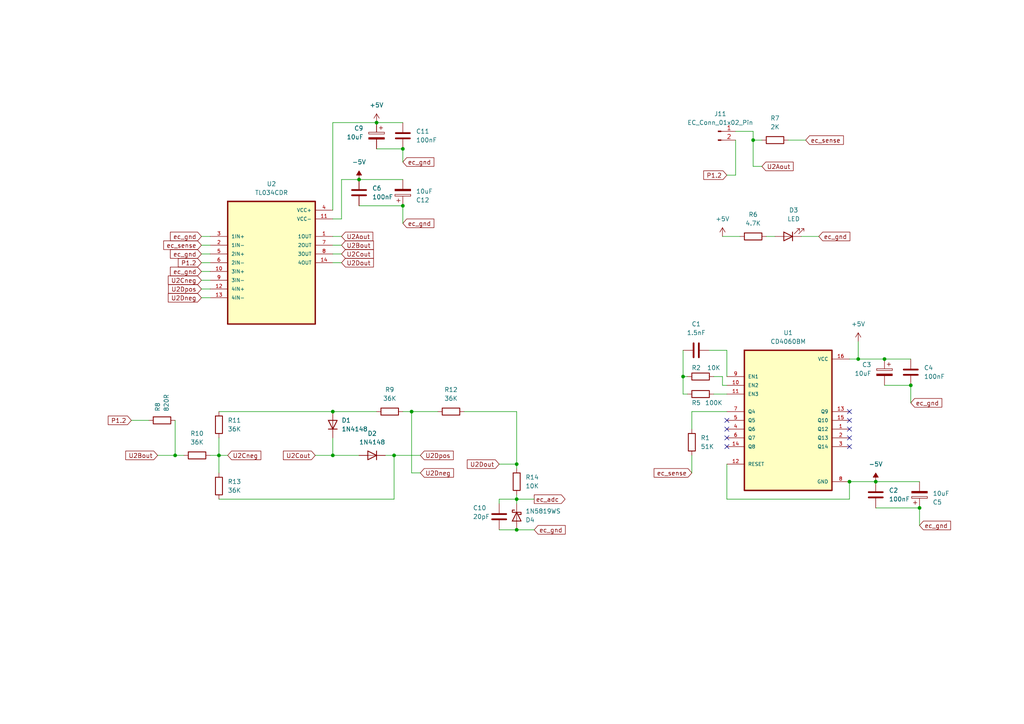
<source format=kicad_sch>
(kicad_sch (version 20230121) (generator eeschema)
  (paper "A4")
  (lib_symbols
    (symbol "CD4060BM:CD4060BM" (pin_names (offset 1.016))
      (property "Reference" "U" (at -12.7 21.32 0))
      (property "Value" "CD4060BM" (at -12.7 -24.32 0))
      (symbol "CD4060BM_0_0"
        (rectangle (start -12.7 -20.32) (end 12.7 20.32) (stroke (width 0.41)) (fill (type background)))
        (pin bidirectional line (at 17.78 -2.54 180) (length 5.08) (name "Q12") (number "1"))
        (pin bidirectional line (at -17.78 10.16 0) (length 5.08) (name "EN2") (number "10"))
        (pin bidirectional line (at -17.78 7.62 0) (length 5.08) (name "EN3") (number "11"))
        (pin bidirectional line (at -17.78 -12.7 0) (length 5.08) (name "RESET") (number "12"))
        (pin bidirectional line (at 17.78 2.54 180) (length 5.08) (name "Q9") (number "13"))
        (pin bidirectional line (at -17.78 -7.62 0) (length 5.08) (name "Q8") (number "14"))
        (pin bidirectional line (at 17.78 0 180) (length 5.08) (name "Q10") (number "15"))
        (pin power_in line (at 17.78 17.78 180) (length 5.08) (name "VCC") (number "16"))
        (pin bidirectional line (at 17.78 -5.08 180) (length 5.08) (name "Q13") (number "2"))
        (pin bidirectional line (at 17.78 -7.62 180) (length 5.08) (name "Q14") (number "3"))
        (pin bidirectional line (at -17.78 -2.54 0) (length 5.08) (name "Q6") (number "4"))
        (pin bidirectional line (at -17.78 0 0) (length 5.08) (name "Q5") (number "5"))
        (pin bidirectional line (at -17.78 -5.08 0) (length 5.08) (name "Q7") (number "6"))
        (pin bidirectional line (at -17.78 2.54 0) (length 5.08) (name "Q4") (number "7"))
        (pin power_in line (at 17.78 -17.78 180) (length 5.08) (name "GND") (number "8"))
        (pin bidirectional line (at -17.78 12.7 0) (length 5.08) (name "EN1") (number "9"))
      )
    )
    (symbol "Connector:Conn_01x02_Pin" (pin_names (offset 1.016) hide)
      (property "Reference" "J" (at 0 2.54 0))
      (property "Value" "Conn_01x02_Pin" (at 0 -5.08 0))
      (symbol "Conn_01x02_Pin_1_1"
        (polyline (pts (xy 1.27 -2.54) (xy 0.8636 -2.54)) (stroke (width 0.1524)))
        (polyline (pts (xy 1.27 0) (xy 0.8636 0)) (stroke (width 0.1524)))
        (rectangle (start 0.8636 -2.413) (end 0 -2.667) (stroke (width 0.1524)) (fill (type outline)))
        (rectangle (start 0.8636 0.127) (end 0 -0.127) (stroke (width 0.1524)) (fill (type outline)))
        (pin passive line (at 5.08 0 180) (length 3.81) (name "Pin_1") (number "1"))
        (pin passive line (at 5.08 -2.54 180) (length 3.81) (name "Pin_2") (number "2"))
      )
    )
    (symbol "Device:C" (pin_numbers hide) (pin_names (offset 0.254))
      (property "Reference" "C" (at 0.635 2.54 0))
      (property "Value" "C" (at 0.635 -2.54 0))
      (symbol "C_0_1"
        (polyline (pts (xy -2.032 -0.762) (xy 2.032 -0.762)) (stroke (width 0.508)))
        (polyline (pts (xy -2.032 0.762) (xy 2.032 0.762)) (stroke (width 0.508)))
      )
      (symbol "C_1_1"
        (pin passive line (at 0 3.81 270) (length 2.794) (name "~") (number "1"))
        (pin passive line (at 0 -3.81 90) (length 2.794) (name "~") (number "2"))
      )
    )
    (symbol "Device:C_Polarized" (pin_numbers hide) (pin_names (offset 0.254))
      (property "Reference" "C" (at 0.635 2.54 0))
      (property "Value" "C_Polarized" (at 0.635 -2.54 0))
      (symbol "C_Polarized_0_1"
        (rectangle (start -2.286 0.508) (end 2.286 1.016))
        (polyline (pts (xy -1.778 2.286) (xy -0.762 2.286)))
        (polyline (pts (xy -1.27 2.794) (xy -1.27 1.778)))
        (rectangle (start 2.286 -0.508) (end -2.286 -1.016) (fill (type outline)))
      )
      (symbol "C_Polarized_1_1"
        (pin passive line (at 0 3.81 270) (length 2.794) (name "~") (number "1"))
        (pin passive line (at 0 -3.81 90) (length 2.794) (name "~") (number "2"))
      )
    )
    (symbol "Device:LED" (pin_numbers hide) (pin_names (offset 1.016) hide)
      (property "Reference" "D" (at 0 2.54 0))
      (property "Value" "LED" (at 0 -2.54 0))
      (symbol "LED_0_1"
        (polyline (pts (xy -1.27 -1.27) (xy -1.27 1.27)) (stroke (width 0.254)))
        (polyline (pts (xy -1.27 0) (xy 1.27 0)))
        (polyline (pts (xy 1.27 -1.27) (xy 1.27 1.27) (xy -1.27 0) (xy 1.27 -1.27)) (stroke (width 0.254)))
        (polyline (pts (xy -3.048 -0.762) (xy -4.572 -2.286) (xy -3.81 -2.286) (xy -4.572 -2.286) (xy -4.572 -1.524)))
        (polyline (pts (xy -1.778 -0.762) (xy -3.302 -2.286) (xy -2.54 -2.286) (xy -3.302 -2.286) (xy -3.302 -1.524)))
      )
      (symbol "LED_1_1"
        (pin passive line (at -3.81 0 0) (length 2.54) (name "K") (number "1"))
        (pin passive line (at 3.81 0 180) (length 2.54) (name "A") (number "2"))
      )
    )
    (symbol "Device:R" (pin_numbers hide) (pin_names (offset 0))
      (property "Reference" "R" (at 2.032 0 90))
      (property "Value" "R" (at 0 0 90))
      (symbol "R_0_1"
        (rectangle (start -1.016 -2.54) (end 1.016 2.54) (stroke (width 0.254)))
      )
      (symbol "R_1_1"
        (pin passive line (at 0 3.81 270) (length 1.27) (name "~") (number "1"))
        (pin passive line (at 0 -3.81 90) (length 1.27) (name "~") (number "2"))
      )
    )
    (symbol "Diode:1N4148" (pin_numbers hide) (pin_names hide)
      (property "Reference" "D" (at 0 2.54 0))
      (property "Value" "1N4148" (at 0 -2.54 0))
      (symbol "1N4148_0_1"
        (polyline (pts (xy -1.27 1.27) (xy -1.27 -1.27)) (stroke (width 0.254)))
        (polyline (pts (xy 1.27 0) (xy -1.27 0)))
        (polyline (pts (xy 1.27 1.27) (xy 1.27 -1.27) (xy -1.27 0) (xy 1.27 1.27)) (stroke (width 0.254)))
      )
      (symbol "1N4148_1_1"
        (pin passive line (at -3.81 0 0) (length 2.54) (name "K") (number "1"))
        (pin passive line (at 3.81 0 180) (length 2.54) (name "A") (number "2"))
      )
    )
    (symbol "Diode:1N5819WS" (pin_numbers hide) (pin_names (offset 1.016) hide)
      (property "Reference" "D" (at 0 2.54 0))
      (property "Value" "1N5819WS" (at 0 -2.54 0))
      (symbol "1N5819WS_0_1"
        (polyline (pts (xy 1.27 0) (xy -1.27 0)))
        (polyline (pts (xy 1.27 1.27) (xy 1.27 -1.27) (xy -1.27 0) (xy 1.27 1.27)) (stroke (width 0.254)))
        (polyline (pts (xy -1.905 0.635) (xy -1.905 1.27) (xy -1.27 1.27) (xy -1.27 -1.27) (xy -0.635 -1.27) (xy -0.635 -0.635)) (stroke (width 0.254)))
      )
      (symbol "1N5819WS_1_1"
        (pin passive line (at -3.81 0 0) (length 2.54) (name "K") (number "1"))
        (pin passive line (at 3.81 0 180) (length 2.54) (name "A") (number "2"))
      )
    )
    (symbol "TL034CDR:TL034CDR" (pin_names (offset 1.016))
      (property "Reference" "U" (at -12.7 18.78 0))
      (property "Value" "TL034CDR" (at -12.7 -21.78 0))
      (symbol "TL034CDR_0_0"
        (rectangle (start -12.7 -17.78) (end 12.7 17.78) (stroke (width 0.41)) (fill (type background)))
        (pin output line (at 17.78 7.62 180) (length 5.08) (name "1OUT") (number "1"))
        (pin input line (at -17.78 -2.54 0) (length 5.08) (name "3IN+") (number "10"))
        (pin power_in line (at 17.78 12.7 180) (length 5.08) (name "VCC-") (number "11"))
        (pin input line (at -17.78 -7.62 0) (length 5.08) (name "4IN+") (number "12"))
        (pin input line (at -17.78 -10.16 0) (length 5.08) (name "4IN-") (number "13"))
        (pin output line (at 17.78 0 180) (length 5.08) (name "4OUT") (number "14"))
        (pin input line (at -17.78 5.08 0) (length 5.08) (name "1IN-") (number "2"))
        (pin input line (at -17.78 7.62 0) (length 5.08) (name "1IN+") (number "3"))
        (pin power_in line (at 17.78 15.24 180) (length 5.08) (name "VCC+") (number "4"))
        (pin input line (at -17.78 2.54 0) (length 5.08) (name "2IN+") (number "5"))
        (pin input line (at -17.78 0 0) (length 5.08) (name "2IN-") (number "6"))
        (pin output line (at 17.78 5.08 180) (length 5.08) (name "2OUT") (number "7"))
        (pin output line (at 17.78 2.54 180) (length 5.08) (name "3OUT") (number "8"))
        (pin input line (at -17.78 -5.08 0) (length 5.08) (name "3IN-") (number "9"))
      )
    )
    (symbol "power:+5V" (power) (pin_names (offset 0))
      (property "Value" "+5V" (at 0 3.556 0))
      (symbol "+5V_0_1"
        (polyline (pts (xy -0.762 1.27) (xy 0 2.54)))
        (polyline (pts (xy 0 0) (xy 0 2.54)))
        (polyline (pts (xy 0 2.54) (xy 0.762 1.27)))
      )
      (symbol "+5V_1_1"
        (pin power_in line (at 0 0 90) (length 0) hide (name "+5V") (number "1"))
      )
    )
    (symbol "power:-5V" (power) (pin_names (offset 0))
      (property "Value" "-5V" (at 0 3.81 0))
      (symbol "-5V_0_0"
        (pin power_in line (at 0 0 90) (length 0) hide (name "-5V") (number "1"))
      )
      (symbol "-5V_0_1"
        (polyline (pts (xy 0 0) (xy 0 1.27) (xy 0.762 1.27) (xy 0 2.54) (xy -0.762 1.27) (xy 0 1.27)) (fill (type outline)))
      )
    )
  )
  (junction (at 246.38 139.7))
  (junction (at 116.84 43.18))
  (junction (at 254 139.7))
  (junction (at 96.52 132.08))
  (junction (at 50.8 132.08))
  (junction (at 266.7 147.32))
  (junction (at 104.14 52.07))
  (junction (at 63.5 132.08))
  (junction (at 256.54 104.14))
  (junction (at 149.86 153.67))
  (junction (at 248.92 104.14))
  (junction (at 198.12 109.22))
  (junction (at 218.44 40.64))
  (junction (at 114.3 132.08))
  (junction (at 149.86 144.78))
  (junction (at 96.52 119.38))
  (junction (at 264.16 111.76))
  (junction (at 119.38 119.38))
  (junction (at 109.22 35.56))
  (junction (at 116.84 59.69))
  (junction (at 149.86 134.62))
  (no_connect (at 246.38 119.38))
  (no_connect (at 246.38 129.54))
  (no_connect (at 246.38 127))
  (no_connect (at 210.82 129.54))
  (no_connect (at 246.38 121.92))
  (no_connect (at 210.82 124.46))
  (no_connect (at 246.38 124.46))
  (no_connect (at 210.82 121.92))
  (no_connect (at 210.82 127))
  (wire (pts (xy 210.82 119.38) (xy 200.66 119.38)))
  (wire (pts (xy 248.92 104.14) (xy 256.54 104.14)))
  (wire (pts (xy 96.52 132.08) (xy 104.14 132.08)))
  (wire (pts (xy 96.52 76.2) (xy 99.06 76.2)))
  (wire (pts (xy 58.42 71.12) (xy 60.96 71.12)))
  (wire (pts (xy 200.66 132.08) (xy 200.66 137.16)))
  (wire (pts (xy 232.41 68.58) (xy 237.49 68.58)))
  (wire (pts (xy 213.36 40.64) (xy 213.36 50.8)))
  (wire (pts (xy 149.86 146.05) (xy 149.86 144.78)))
  (wire (pts (xy 119.38 119.38) (xy 127 119.38)))
  (wire (pts (xy 149.86 144.78) (xy 149.86 143.51)))
  (wire (pts (xy 213.36 38.1) (xy 218.44 38.1)))
  (wire (pts (xy 104.14 59.69) (xy 116.84 59.69)))
  (wire (pts (xy 144.78 153.67) (xy 149.86 153.67)))
  (wire (pts (xy 209.55 111.76) (xy 210.82 111.76)))
  (wire (pts (xy 246.38 104.14) (xy 248.92 104.14)))
  (wire (pts (xy 119.38 119.38) (xy 119.38 137.16)))
  (wire (pts (xy 63.5 119.38) (xy 96.52 119.38)))
  (wire (pts (xy 254 139.7) (xy 266.7 139.7)))
  (wire (pts (xy 45.72 132.08) (xy 50.8 132.08)))
  (wire (pts (xy 248.92 104.14) (xy 248.92 99.06)))
  (wire (pts (xy 246.38 144.78) (xy 246.38 139.7)))
  (wire (pts (xy 198.12 101.6) (xy 198.12 109.22)))
  (wire (pts (xy 96.52 63.5) (xy 99.06 63.5)))
  (wire (pts (xy 198.12 114.3) (xy 199.39 114.3)))
  (wire (pts (xy 38.1 121.92) (xy 43.18 121.92)))
  (wire (pts (xy 63.5 127) (xy 63.5 132.08)))
  (wire (pts (xy 58.42 68.58) (xy 60.96 68.58)))
  (wire (pts (xy 266.7 152.4) (xy 266.7 147.32)))
  (wire (pts (xy 96.52 35.56) (xy 109.22 35.56)))
  (wire (pts (xy 256.54 111.76) (xy 264.16 111.76)))
  (wire (pts (xy 109.22 35.56) (xy 116.84 35.56)))
  (wire (pts (xy 149.86 135.89) (xy 149.86 134.62)))
  (wire (pts (xy 264.16 111.76) (xy 264.16 116.84)))
  (wire (pts (xy 109.22 43.18) (xy 116.84 43.18)))
  (wire (pts (xy 63.5 144.78) (xy 114.3 144.78)))
  (wire (pts (xy 210.82 114.3) (xy 207.01 114.3)))
  (wire (pts (xy 222.25 68.58) (xy 224.79 68.58)))
  (wire (pts (xy 149.86 144.78) (xy 154.94 144.78)))
  (wire (pts (xy 50.8 121.92) (xy 50.8 132.08)))
  (wire (pts (xy 220.98 48.26) (xy 218.44 48.26)))
  (wire (pts (xy 209.55 68.58) (xy 214.63 68.58)))
  (wire (pts (xy 199.39 109.22) (xy 198.12 109.22)))
  (wire (pts (xy 99.06 52.07) (xy 99.06 63.5)))
  (wire (pts (xy 116.84 119.38) (xy 119.38 119.38)))
  (wire (pts (xy 144.78 144.78) (xy 149.86 144.78)))
  (wire (pts (xy 114.3 132.08) (xy 111.76 132.08)))
  (wire (pts (xy 99.06 52.07) (xy 104.14 52.07)))
  (wire (pts (xy 210.82 50.8) (xy 213.36 50.8)))
  (wire (pts (xy 91.44 132.08) (xy 96.52 132.08)))
  (wire (pts (xy 58.42 86.36) (xy 60.96 86.36)))
  (wire (pts (xy 198.12 109.22) (xy 198.12 114.3)))
  (wire (pts (xy 218.44 38.1) (xy 218.44 40.64)))
  (wire (pts (xy 58.42 81.28) (xy 60.96 81.28)))
  (wire (pts (xy 210.82 109.22) (xy 210.82 101.6)))
  (wire (pts (xy 96.52 119.38) (xy 109.22 119.38)))
  (wire (pts (xy 63.5 132.08) (xy 63.5 137.16)))
  (wire (pts (xy 58.42 83.82) (xy 60.96 83.82)))
  (wire (pts (xy 60.96 132.08) (xy 63.5 132.08)))
  (wire (pts (xy 218.44 40.64) (xy 220.98 40.64)))
  (wire (pts (xy 114.3 132.08) (xy 121.92 132.08)))
  (wire (pts (xy 104.14 52.07) (xy 116.84 52.07)))
  (wire (pts (xy 58.42 73.66) (xy 60.96 73.66)))
  (wire (pts (xy 116.84 43.18) (xy 116.84 46.99)))
  (wire (pts (xy 210.82 134.62) (xy 210.82 144.78)))
  (wire (pts (xy 96.52 73.66) (xy 99.06 73.66)))
  (wire (pts (xy 149.86 134.62) (xy 149.86 119.38)))
  (wire (pts (xy 144.78 146.05) (xy 144.78 144.78)))
  (wire (pts (xy 116.84 64.77) (xy 116.84 59.69)))
  (wire (pts (xy 63.5 132.08) (xy 66.04 132.08)))
  (wire (pts (xy 200.66 119.38) (xy 200.66 124.46)))
  (wire (pts (xy 210.82 144.78) (xy 246.38 144.78)))
  (wire (pts (xy 209.55 109.22) (xy 209.55 111.76)))
  (wire (pts (xy 58.42 78.74) (xy 60.96 78.74)))
  (wire (pts (xy 96.52 68.58) (xy 99.06 68.58)))
  (wire (pts (xy 58.42 76.2) (xy 60.96 76.2)))
  (wire (pts (xy 96.52 35.56) (xy 96.52 60.96)))
  (wire (pts (xy 210.82 101.6) (xy 205.74 101.6)))
  (wire (pts (xy 149.86 119.38) (xy 134.62 119.38)))
  (wire (pts (xy 218.44 48.26) (xy 218.44 40.64)))
  (wire (pts (xy 149.86 153.67) (xy 154.94 153.67)))
  (wire (pts (xy 119.38 137.16) (xy 121.92 137.16)))
  (wire (pts (xy 246.38 139.7) (xy 254 139.7)))
  (wire (pts (xy 254 147.32) (xy 266.7 147.32)))
  (wire (pts (xy 114.3 144.78) (xy 114.3 132.08)))
  (wire (pts (xy 50.8 132.08) (xy 53.34 132.08)))
  (wire (pts (xy 96.52 71.12) (xy 99.06 71.12)))
  (wire (pts (xy 96.52 127) (xy 96.52 132.08)))
  (wire (pts (xy 256.54 104.14) (xy 264.16 104.14)))
  (wire (pts (xy 144.78 134.62) (xy 149.86 134.62)))
  (wire (pts (xy 228.6 40.64) (xy 233.68 40.64)))
  (wire (pts (xy 207.01 109.22) (xy 209.55 109.22)))
  (global_label "U2Dout" (shape input) (at 99.06 76.2 0) (property "Intersheetrefs" "${INTERSHEET_REFS}" (effects hide)))
  (global_label "ec_gnd" (shape input) (at 116.84 46.99 0) (property "Intersheetrefs" "${INTERSHEET_REFS}" (effects hide)))
  (global_label "P1.2" (shape input) (at 38.1 121.92 180) (property "Intersheetrefs" "${INTERSHEET_REFS}" (effects hide)))
  (global_label "ec_gnd" (shape input) (at 58.42 68.58 180) (property "Intersheetrefs" "${INTERSHEET_REFS}" (effects hide)))
  (global_label "U2Dpos" (shape input) (at 121.92 132.08 0) (property "Intersheetrefs" "${INTERSHEET_REFS}" (effects hide)))
  (global_label "U2Dneg" (shape input) (at 121.92 137.16 0) (property "Intersheetrefs" "${INTERSHEET_REFS}" (effects hide)))
  (global_label "ec_gnd" (shape input) (at 266.7 152.4 0) (property "Intersheetrefs" "${INTERSHEET_REFS}" (effects hide)))
  (global_label "U2Cout" (shape input) (at 99.06 73.66 0) (property "Intersheetrefs" "${INTERSHEET_REFS}" (effects hide)))
  (global_label "U2Dout" (shape input) (at 144.78 134.62 180) (property "Intersheetrefs" "${INTERSHEET_REFS}" (effects hide)))
  (global_label "U2Cneg" (shape input) (at 58.42 81.28 180) (property "Intersheetrefs" "${INTERSHEET_REFS}" (effects hide)))
  (global_label "U2Cneg" (shape input) (at 66.04 132.08 0) (property "Intersheetrefs" "${INTERSHEET_REFS}" (effects hide)))
  (global_label "P1.2" (shape input) (at 58.42 76.2 180) (property "Intersheetrefs" "${INTERSHEET_REFS}" (effects hide)))
  (global_label "U2Aout" (shape input) (at 99.06 68.58 0) (property "Intersheetrefs" "${INTERSHEET_REFS}" (effects hide)))
  (global_label "U2Bout" (shape input) (at 45.72 132.08 180) (property "Intersheetrefs" "${INTERSHEET_REFS}" (effects hide)))
  (global_label "U2Bout" (shape input) (at 99.06 71.12 0) (property "Intersheetrefs" "${INTERSHEET_REFS}" (effects hide)))
  (global_label "ec_adc" (shape output) (at 154.94 144.78 0) (property "Intersheetrefs" "${INTERSHEET_REFS}" (effects hide)))
  (global_label "ec_sense" (shape input) (at 233.68 40.64 0) (property "Intersheetrefs" "${INTERSHEET_REFS}" (effects hide)))
  (global_label "U2Cout" (shape input) (at 91.44 132.08 180) (property "Intersheetrefs" "${INTERSHEET_REFS}" (effects hide)))
  (global_label "ec_sense" (shape input) (at 58.42 71.12 180) (property "Intersheetrefs" "${INTERSHEET_REFS}" (effects hide)))
  (global_label "ec_gnd" (shape input) (at 58.42 73.66 180) (property "Intersheetrefs" "${INTERSHEET_REFS}" (effects hide)))
  (global_label "ec_gnd" (shape input) (at 58.42 78.74 180) (property "Intersheetrefs" "${INTERSHEET_REFS}" (effects hide)))
  (global_label "ec_sense" (shape input) (at 200.66 137.16 180) (property "Intersheetrefs" "${INTERSHEET_REFS}" (effects hide)))
  (global_label "U2Dneg" (shape input) (at 58.42 86.36 180) (property "Intersheetrefs" "${INTERSHEET_REFS}" (effects hide)))
  (global_label "U2Aout" (shape input) (at 220.98 48.26 0) (property "Intersheetrefs" "${INTERSHEET_REFS}" (effects hide)))
  (global_label "ec_gnd" (shape input) (at 154.94 153.67 0) (property "Intersheetrefs" "${INTERSHEET_REFS}" (effects hide)))
  (global_label "ec_gnd" (shape input) (at 116.84 64.77 0) (property "Intersheetrefs" "${INTERSHEET_REFS}" (effects hide)))
  (global_label "U2Dpos" (shape input) (at 58.42 83.82 180) (property "Intersheetrefs" "${INTERSHEET_REFS}" (effects hide)))
  (global_label "ec_gnd" (shape input) (at 237.49 68.58 0) (property "Intersheetrefs" "${INTERSHEET_REFS}" (effects hide)))
  (global_label "ec_gnd" (shape input) (at 264.16 116.84 0) (property "Intersheetrefs" "${INTERSHEET_REFS}" (effects hide)))
  (global_label "P1.2" (shape input) (at 210.82 50.8 180) (property "Intersheetrefs" "${INTERSHEET_REFS}" (effects hide)))
  (symbol (lib_id "Device:R") (at 63.5 123.19 0) (unit 1)
    (property "Reference" "R11" (at 66.04 121.92 0) (effects (justify left)))
    (property "Value" "36K" (at 66.04 124.46 0) (effects (justify left)))
    (property "Footprint" "Resistor_SMD:R_0805_2012Metric_Pad1.20x1.40mm_HandSolder" (effects hide))
  )
  (symbol (lib_id "Device:R") (at 130.81 119.38 90) (unit 1)
    (property "Reference" "R12" (at 130.81 113.03 90))
    (property "Value" "36K" (at 130.81 115.57 90))
    (property "Footprint" "Resistor_SMD:R_0805_2012Metric_Pad1.20x1.40mm_HandSolder" (effects hide))
  )
  (symbol (lib_id "Device:C_Polarized") (at 256.54 107.95 0) (mirror y) (unit 1)
    (property "Reference" "C3" (at 252.73 105.791 0) (effects (justify left)))
    (property "Value" "10uF" (at 252.73 108.331 0) (effects (justify left)))
    (property "Footprint" "Capacitor_Tantalum_SMD:CP_EIA-3216-10_Kemet-I_Pad1.58x1.35mm_HandSolder" (effects hide))
  )
  (symbol (lib_id "Device:R") (at 57.15 132.08 90) (unit 1)
    (property "Reference" "R10" (at 57.15 125.73 90))
    (property "Value" "36K" (at 57.15 128.27 90))
    (property "Footprint" "Resistor_SMD:R_0805_2012Metric_Pad1.20x1.40mm_HandSolder" (effects hide))
  )
  (symbol (lib_id "Device:C") (at 201.93 101.6 90) (unit 1)
    (property "Reference" "C1" (at 201.93 93.98 90))
    (property "Value" "1.5nF" (at 201.93 96.52 90))
    (property "Footprint" "Capacitor_SMD:C_0805_2012Metric_Pad1.18x1.45mm_HandSolder" (effects hide))
  )
  (symbol (lib_id "Device:C_Polarized") (at 109.22 39.37 0) (mirror y) (unit 1)
    (property "Reference" "C9" (at 105.41 37.211 0) (effects (justify left)))
    (property "Value" "10uF" (at 105.41 39.751 0) (effects (justify left)))
    (property "Footprint" "Capacitor_Tantalum_SMD:CP_EIA-3216-10_Kemet-I_Pad1.58x1.35mm_HandSolder" (effects hide))
  )
  (symbol (lib_id "Device:C") (at 264.16 107.95 0) (unit 1)
    (property "Reference" "C4" (at 267.97 106.68 0) (effects (justify left)))
    (property "Value" "100nF" (at 267.97 109.22 0) (effects (justify left)))
    (property "Footprint" "Capacitor_SMD:C_0805_2012Metric_Pad1.18x1.45mm_HandSolder" (effects hide))
  )
  (symbol (lib_id "Device:R") (at 203.2 114.3 270) (unit 1)
    (property "Reference" "R5" (at 201.93 116.84 90))
    (property "Value" "100K" (at 207.01 116.84 90))
    (property "Footprint" "Resistor_SMD:R_0805_2012Metric_Pad1.20x1.40mm_HandSolder" (effects hide))
  )
  (symbol (lib_id "power:-5V") (at 104.14 52.07 0) (unit 1)
    (property "Reference" "#PWR05" (effects hide))
    (property "Value" "-5V" (at 104.14 46.99 0))
  )
  (symbol (lib_id "Device:C_Polarized") (at 266.7 143.51 0) (mirror x) (unit 1)
    (property "Reference" "C5" (at 270.51 145.669 0) (effects (justify left)))
    (property "Value" "10uF" (at 270.51 143.129 0) (effects (justify left)))
    (property "Footprint" "Capacitor_Tantalum_SMD:CP_EIA-3216-10_Kemet-I_Pad1.58x1.35mm_HandSolder" (effects hide))
  )
  (symbol (lib_id "Device:R") (at 149.86 139.7 0) (unit 1)
    (property "Reference" "R14" (at 152.4 138.43 0) (effects (justify left)))
    (property "Value" "10K" (at 152.4 140.97 0) (effects (justify left)))
    (property "Footprint" "Resistor_SMD:R_0805_2012Metric_Pad1.20x1.40mm_HandSolder" (effects hide))
  )
  (symbol (lib_id "power:+5V") (at 109.22 35.56 0) (unit 1)
    (property "Reference" "#PWR06" (effects hide))
    (property "Value" "+5V" (at 109.22 30.48 0))
  )
  (symbol (lib_id "Device:C") (at 144.78 149.86 0) (unit 1)
    (property "Reference" "C10" (at 137.16 147.32 0) (effects (justify left)))
    (property "Value" "20pF" (at 137.16 149.86 0) (effects (justify left)))
    (property "Footprint" "Capacitor_SMD:C_0805_2012Metric_Pad1.18x1.45mm_HandSolder" (effects hide))
  )
  (symbol (lib_id "Device:R") (at 203.2 109.22 90) (unit 1)
    (property "Reference" "R2" (at 201.93 106.68 90))
    (property "Value" "10K" (at 207.01 106.68 90))
    (property "Footprint" "Resistor_SMD:R_0805_2012Metric_Pad1.20x1.40mm_HandSolder" (effects hide))
  )
  (symbol (lib_id "Device:R") (at 224.79 40.64 90) (unit 1)
    (property "Reference" "R7" (at 224.79 34.29 90))
    (property "Value" "2K" (at 224.79 36.83 90))
    (property "Footprint" "Resistor_SMD:R_0805_2012Metric_Pad1.20x1.40mm_HandSolder" (effects hide))
  )
  (symbol (lib_id "CD4060BM:CD4060BM") (at 228.6 121.92 0) (unit 1)
    (property "Reference" "U1" (at 228.6 96.52 0))
    (property "Value" "CD4060BM" (at 228.6 99.06 0))
    (property "Footprint" "Imports:SOIC127P600X175-16N" (effects hide))
    (property "MF" "Texas Instruments" (effects hide))
    (property "Description" "\nCMOS 14-Stage Ripple-Carry Binary Counter/Divider and Oscillator\n" (effects hide))
    (property "Package" "SOIC-16 Texas Instruments" (effects hide))
    (property "Price" "None" (effects hide))
    (property "SnapEDA_Link" "https://www.snapeda.com/parts/CD4060BM/Texas+Instruments/view-part/?ref=snap" (effects hide))
    (property "MP" "CD4060BM" (effects hide))
    (property "Purchase-URL" "https://www.snapeda.com/api/url_track_click_mouser/?unipart_id=46341&manufacturer=Texas Instruments&part_name=CD4060BM&search_term=cd4060bm" (effects hide))
    (property "Availability" "In Stock" (effects hide))
    (property "Check_prices" "https://www.snapeda.com/parts/CD4060BM/Texas+Instruments/view-part/?ref=eda" (effects hide))
  )
  (symbol (lib_id "Diode:1N4148") (at 107.95 132.08 0) (mirror y) (unit 1)
    (property "Reference" "D2" (at 107.95 125.73 0))
    (property "Value" "1N4148" (at 107.95 128.27 0))
    (property "Footprint" "Diode_THT:D_DO-35_SOD27_P7.62mm_Horizontal" (effects hide))
    (property "Datasheet" "https://assets.nexperia.com/documents/data-sheet/1N4148_1N4448.pdf" (effects hide))
    (property "Sim.Device" "D" (effects hide))
    (property "Sim.Pins" "1=K 2=A" (effects hide))
  )
  (symbol (lib_id "power:-5V") (at 254 139.7 0) (unit 1)
    (property "Reference" "#PWR04" (effects hide))
    (property "Value" "-5V" (at 254 134.62 0))
  )
  (symbol (lib_id "Device:R") (at 113.03 119.38 90) (unit 1)
    (property "Reference" "R9" (at 113.03 113.03 90))
    (property "Value" "36K" (at 113.03 115.57 90))
    (property "Footprint" "Resistor_SMD:R_0805_2012Metric_Pad1.20x1.40mm_HandSolder" (effects hide))
  )
  (symbol (lib_id "Diode:1N4148") (at 96.52 123.19 90) (unit 1)
    (property "Reference" "D1" (at 99.06 121.92 90) (effects (justify right)))
    (property "Value" "1N4148" (at 99.06 124.46 90) (effects (justify right)))
    (property "Footprint" "Diode_THT:D_DO-35_SOD27_P7.62mm_Horizontal" (effects hide))
    (property "Datasheet" "https://assets.nexperia.com/documents/data-sheet/1N4148_1N4448.pdf" (effects hide))
    (property "Sim.Device" "D" (effects hide))
    (property "Sim.Pins" "1=K 2=A" (effects hide))
  )
  (symbol (lib_id "Device:C") (at 254 143.51 0) (unit 1)
    (property "Reference" "C2" (at 257.81 142.24 0) (effects (justify left)))
    (property "Value" "100nF" (at 257.81 144.78 0) (effects (justify left)))
    (property "Footprint" "Capacitor_SMD:C_0805_2012Metric_Pad1.18x1.45mm_HandSolder" (effects hide))
  )
  (symbol (lib_id "TL034CDR:TL034CDR") (at 78.74 76.2 0) (unit 1)
    (property "Reference" "U2" (at 78.74 53.34 0))
    (property "Value" "TL034CDR" (at 78.74 55.88 0))
    (property "Footprint" "Imports:SOIC127P600X175-14N" (effects hide))
    (property "MF" "Texas Instruments" (effects hide))
    (property "Description" "\nQuad, 30-V, 1.1-MHz, 1.5-mV offset voltage, In to V+, JFET-input operational amplifier\n" (effects hide))
    (property "Package" "SOIC-14 Texas Instruments" (effects hide))
    (property "Price" "None" (effects hide))
    (property "SnapEDA_Link" "https://www.snapeda.com/parts/TL034CDR/Texas+Instruments/view-part/?ref=snap" (effects hide))
    (property "MP" "TL034CDR" (effects hide))
    (property "Purchase-URL" "https://www.snapeda.com/api/url_track_click_mouser/?unipart_id=1077963&manufacturer=Texas Instruments&part_name=TL034CDR&search_term=tl034cdr" (effects hide))
    (property "Availability" "In Stock" (effects hide))
    (property "Check_prices" "https://www.snapeda.com/parts/TL034CDR/Texas+Instruments/view-part/?ref=eda" (effects hide))
  )
  (symbol (lib_id "Connector:Conn_01x02_Pin") (at 208.28 38.1 0) (unit 1)
    (property "Reference" "J11" (at 208.915 33.02 0))
    (property "Value" "EC_Conn_01x02_Pin" (at 208.915 35.56 0))
    (property "Footprint" "Connector_JST:JST_EH_B2B-EH-A_1x02_P2.50mm_Vertical" (effects hide))
  )
  (symbol (lib_id "Device:C") (at 116.84 39.37 0) (unit 1)
    (property "Reference" "C11" (at 120.65 38.1 0) (effects (justify left)))
    (property "Value" "100nF" (at 120.65 40.64 0) (effects (justify left)))
    (property "Footprint" "Capacitor_SMD:C_0805_2012Metric_Pad1.18x1.45mm_HandSolder" (effects hide))
  )
  (symbol (lib_id "power:+5V") (at 209.55 68.58 0) (unit 1)
    (property "Reference" "#PWR01" (effects hide))
    (property "Value" "+5V" (at 209.55 63.5 0))
  )
  (symbol (lib_id "Device:R") (at 218.44 68.58 90) (unit 1)
    (property "Reference" "R6" (at 218.44 62.23 90))
    (property "Value" "4.7K" (at 218.44 64.77 90))
    (property "Footprint" "Resistor_SMD:R_0805_2012Metric_Pad1.20x1.40mm_HandSolder" (effects hide))
  )
  (symbol (lib_id "Device:R") (at 63.5 140.97 0) (unit 1)
    (property "Reference" "R13" (at 66.04 139.7 0) (effects (justify left)))
    (property "Value" "36K" (at 66.04 142.24 0) (effects (justify left)))
    (property "Footprint" "Resistor_SMD:R_0805_2012Metric_Pad1.20x1.40mm_HandSolder" (effects hide))
  )
  (symbol (lib_id "Device:C") (at 104.14 55.88 0) (unit 1)
    (property "Reference" "C6" (at 107.95 54.61 0) (effects (justify left)))
    (property "Value" "100nF" (at 107.95 57.15 0) (effects (justify left)))
    (property "Footprint" "Capacitor_SMD:C_0805_2012Metric_Pad1.18x1.45mm_HandSolder" (effects hide))
  )
  (symbol (lib_id "Diode:1N5819WS") (at 149.86 149.86 90) (mirror x) (unit 1)
    (property "Reference" "D4" (at 152.4 150.8125 90) (effects (justify right)))
    (property "Value" "1N5819WS" (at 152.4 148.2725 90) (effects (justify right)))
    (property "Footprint" "Diode_SMD:D_SOD-323" (effects hide))
    (property "Datasheet" "https://datasheet.lcsc.com/lcsc/2204281430_Guangdong-Hottech-1N5819WS_C191023.pdf" (effects hide))
  )
  (symbol (lib_id "power:+5V") (at 248.92 99.06 0) (unit 1)
    (property "Reference" "#PWR03" (effects hide))
    (property "Value" "+5V" (at 248.92 93.98 0))
  )
  (symbol (lib_id "Device:LED") (at 228.6 68.58 180) (unit 1)
    (property "Reference" "D3" (at 230.1875 60.96 0))
    (property "Value" "LED" (at 230.1875 63.5 0))
    (property "Footprint" "LED_SMD:LED_0805_2012Metric_Pad1.15x1.40mm_HandSolder" (effects hide))
  )
  (symbol (lib_id "Device:R") (at 46.99 121.92 90) (unit 1)
    (property "Reference" "R8" (at 45.72 119.38 0) (effects (justify left)))
    (property "Value" "820R" (at 48.26 119.38 0) (effects (justify left)))
    (property "Footprint" "Resistor_SMD:R_0805_2012Metric_Pad1.20x1.40mm_HandSolder" (effects hide))
  )
  (symbol (lib_id "Device:R") (at 200.66 128.27 0) (unit 1)
    (property "Reference" "R1" (at 203.2 127 0) (effects (justify left)))
    (property "Value" "51K" (at 203.2 129.54 0) (effects (justify left)))
    (property "Footprint" "Resistor_SMD:R_0805_2012Metric_Pad1.20x1.40mm_HandSolder" (effects hide))
  )
  (symbol (lib_id "Device:C_Polarized") (at 116.84 55.88 0) (mirror x) (unit 1)
    (property "Reference" "C12" (at 120.65 58.039 0) (effects (justify left)))
    (property "Value" "10uF" (at 120.65 55.499 0) (effects (justify left)))
    (property "Footprint" "Capacitor_Tantalum_SMD:CP_EIA-3216-10_Kemet-I_Pad1.58x1.35mm_HandSolder" (effects hide))
  )
)
</source>
